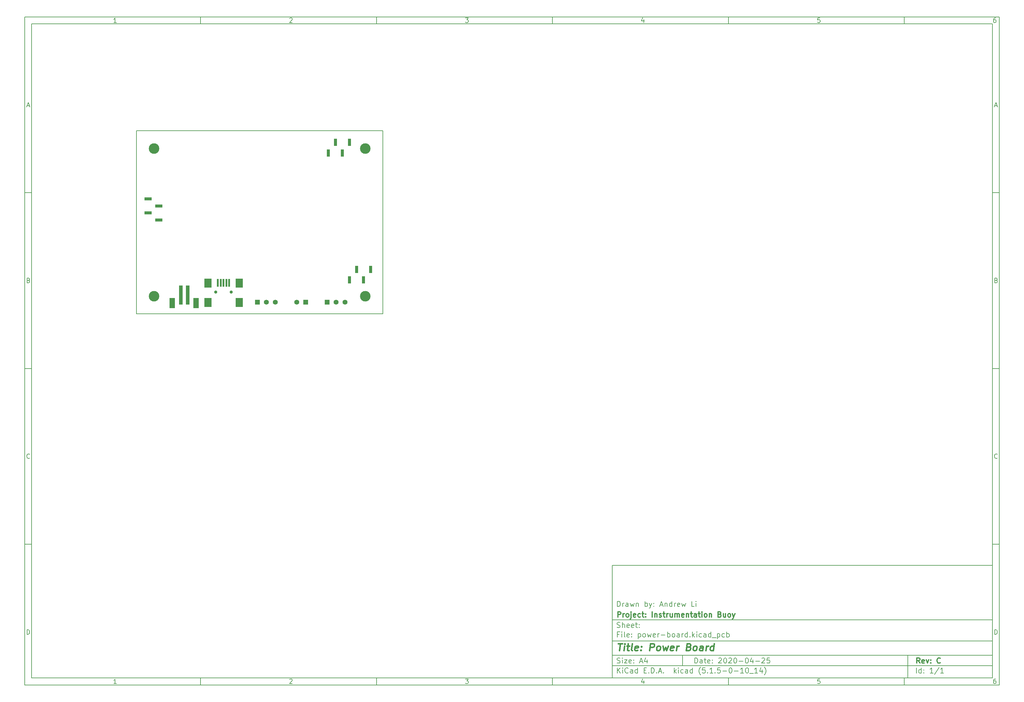
<source format=gts>
G04 #@! TF.GenerationSoftware,KiCad,Pcbnew,(5.1.5-0-10_14)*
G04 #@! TF.CreationDate,2020-05-25T14:00:47+12:00*
G04 #@! TF.ProjectId,power-board,706f7765-722d-4626-9f61-72642e6b6963,C*
G04 #@! TF.SameCoordinates,Original*
G04 #@! TF.FileFunction,Soldermask,Top*
G04 #@! TF.FilePolarity,Negative*
%FSLAX46Y46*%
G04 Gerber Fmt 4.6, Leading zero omitted, Abs format (unit mm)*
G04 Created by KiCad (PCBNEW (5.1.5-0-10_14)) date 2020-05-25 14:00:47*
%MOMM*%
%LPD*%
G04 APERTURE LIST*
%ADD10C,0.100000*%
%ADD11C,0.150000*%
%ADD12C,0.300000*%
%ADD13C,0.400000*%
%ADD14C,0.200000*%
%ADD15R,2.100000X0.850000*%
%ADD16C,3.000000*%
%ADD17C,0.899160*%
%ADD18R,1.998980X2.499360*%
%ADD19R,0.500380X2.301240*%
%ADD20R,0.850000X2.100000*%
%ADD21C,1.397000*%
%ADD22R,1.397000X1.397000*%
%ADD23R,1.600000X3.000000*%
%ADD24R,1.000000X5.500000*%
G04 APERTURE END LIST*
D10*
D11*
X177002200Y-166007200D02*
X177002200Y-198007200D01*
X285002200Y-198007200D01*
X285002200Y-166007200D01*
X177002200Y-166007200D01*
D10*
D11*
X10000000Y-10000000D02*
X10000000Y-200007200D01*
X287002200Y-200007200D01*
X287002200Y-10000000D01*
X10000000Y-10000000D01*
D10*
D11*
X12000000Y-12000000D02*
X12000000Y-198007200D01*
X285002200Y-198007200D01*
X285002200Y-12000000D01*
X12000000Y-12000000D01*
D10*
D11*
X60000000Y-12000000D02*
X60000000Y-10000000D01*
D10*
D11*
X110000000Y-12000000D02*
X110000000Y-10000000D01*
D10*
D11*
X160000000Y-12000000D02*
X160000000Y-10000000D01*
D10*
D11*
X210000000Y-12000000D02*
X210000000Y-10000000D01*
D10*
D11*
X260000000Y-12000000D02*
X260000000Y-10000000D01*
D10*
D11*
X36065476Y-11588095D02*
X35322619Y-11588095D01*
X35694047Y-11588095D02*
X35694047Y-10288095D01*
X35570238Y-10473809D01*
X35446428Y-10597619D01*
X35322619Y-10659523D01*
D10*
D11*
X85322619Y-10411904D02*
X85384523Y-10350000D01*
X85508333Y-10288095D01*
X85817857Y-10288095D01*
X85941666Y-10350000D01*
X86003571Y-10411904D01*
X86065476Y-10535714D01*
X86065476Y-10659523D01*
X86003571Y-10845238D01*
X85260714Y-11588095D01*
X86065476Y-11588095D01*
D10*
D11*
X135260714Y-10288095D02*
X136065476Y-10288095D01*
X135632142Y-10783333D01*
X135817857Y-10783333D01*
X135941666Y-10845238D01*
X136003571Y-10907142D01*
X136065476Y-11030952D01*
X136065476Y-11340476D01*
X136003571Y-11464285D01*
X135941666Y-11526190D01*
X135817857Y-11588095D01*
X135446428Y-11588095D01*
X135322619Y-11526190D01*
X135260714Y-11464285D01*
D10*
D11*
X185941666Y-10721428D02*
X185941666Y-11588095D01*
X185632142Y-10226190D02*
X185322619Y-11154761D01*
X186127380Y-11154761D01*
D10*
D11*
X236003571Y-10288095D02*
X235384523Y-10288095D01*
X235322619Y-10907142D01*
X235384523Y-10845238D01*
X235508333Y-10783333D01*
X235817857Y-10783333D01*
X235941666Y-10845238D01*
X236003571Y-10907142D01*
X236065476Y-11030952D01*
X236065476Y-11340476D01*
X236003571Y-11464285D01*
X235941666Y-11526190D01*
X235817857Y-11588095D01*
X235508333Y-11588095D01*
X235384523Y-11526190D01*
X235322619Y-11464285D01*
D10*
D11*
X285941666Y-10288095D02*
X285694047Y-10288095D01*
X285570238Y-10350000D01*
X285508333Y-10411904D01*
X285384523Y-10597619D01*
X285322619Y-10845238D01*
X285322619Y-11340476D01*
X285384523Y-11464285D01*
X285446428Y-11526190D01*
X285570238Y-11588095D01*
X285817857Y-11588095D01*
X285941666Y-11526190D01*
X286003571Y-11464285D01*
X286065476Y-11340476D01*
X286065476Y-11030952D01*
X286003571Y-10907142D01*
X285941666Y-10845238D01*
X285817857Y-10783333D01*
X285570238Y-10783333D01*
X285446428Y-10845238D01*
X285384523Y-10907142D01*
X285322619Y-11030952D01*
D10*
D11*
X60000000Y-198007200D02*
X60000000Y-200007200D01*
D10*
D11*
X110000000Y-198007200D02*
X110000000Y-200007200D01*
D10*
D11*
X160000000Y-198007200D02*
X160000000Y-200007200D01*
D10*
D11*
X210000000Y-198007200D02*
X210000000Y-200007200D01*
D10*
D11*
X260000000Y-198007200D02*
X260000000Y-200007200D01*
D10*
D11*
X36065476Y-199595295D02*
X35322619Y-199595295D01*
X35694047Y-199595295D02*
X35694047Y-198295295D01*
X35570238Y-198481009D01*
X35446428Y-198604819D01*
X35322619Y-198666723D01*
D10*
D11*
X85322619Y-198419104D02*
X85384523Y-198357200D01*
X85508333Y-198295295D01*
X85817857Y-198295295D01*
X85941666Y-198357200D01*
X86003571Y-198419104D01*
X86065476Y-198542914D01*
X86065476Y-198666723D01*
X86003571Y-198852438D01*
X85260714Y-199595295D01*
X86065476Y-199595295D01*
D10*
D11*
X135260714Y-198295295D02*
X136065476Y-198295295D01*
X135632142Y-198790533D01*
X135817857Y-198790533D01*
X135941666Y-198852438D01*
X136003571Y-198914342D01*
X136065476Y-199038152D01*
X136065476Y-199347676D01*
X136003571Y-199471485D01*
X135941666Y-199533390D01*
X135817857Y-199595295D01*
X135446428Y-199595295D01*
X135322619Y-199533390D01*
X135260714Y-199471485D01*
D10*
D11*
X185941666Y-198728628D02*
X185941666Y-199595295D01*
X185632142Y-198233390D02*
X185322619Y-199161961D01*
X186127380Y-199161961D01*
D10*
D11*
X236003571Y-198295295D02*
X235384523Y-198295295D01*
X235322619Y-198914342D01*
X235384523Y-198852438D01*
X235508333Y-198790533D01*
X235817857Y-198790533D01*
X235941666Y-198852438D01*
X236003571Y-198914342D01*
X236065476Y-199038152D01*
X236065476Y-199347676D01*
X236003571Y-199471485D01*
X235941666Y-199533390D01*
X235817857Y-199595295D01*
X235508333Y-199595295D01*
X235384523Y-199533390D01*
X235322619Y-199471485D01*
D10*
D11*
X285941666Y-198295295D02*
X285694047Y-198295295D01*
X285570238Y-198357200D01*
X285508333Y-198419104D01*
X285384523Y-198604819D01*
X285322619Y-198852438D01*
X285322619Y-199347676D01*
X285384523Y-199471485D01*
X285446428Y-199533390D01*
X285570238Y-199595295D01*
X285817857Y-199595295D01*
X285941666Y-199533390D01*
X286003571Y-199471485D01*
X286065476Y-199347676D01*
X286065476Y-199038152D01*
X286003571Y-198914342D01*
X285941666Y-198852438D01*
X285817857Y-198790533D01*
X285570238Y-198790533D01*
X285446428Y-198852438D01*
X285384523Y-198914342D01*
X285322619Y-199038152D01*
D10*
D11*
X10000000Y-60000000D02*
X12000000Y-60000000D01*
D10*
D11*
X10000000Y-110000000D02*
X12000000Y-110000000D01*
D10*
D11*
X10000000Y-160000000D02*
X12000000Y-160000000D01*
D10*
D11*
X10690476Y-35216666D02*
X11309523Y-35216666D01*
X10566666Y-35588095D02*
X11000000Y-34288095D01*
X11433333Y-35588095D01*
D10*
D11*
X11092857Y-84907142D02*
X11278571Y-84969047D01*
X11340476Y-85030952D01*
X11402380Y-85154761D01*
X11402380Y-85340476D01*
X11340476Y-85464285D01*
X11278571Y-85526190D01*
X11154761Y-85588095D01*
X10659523Y-85588095D01*
X10659523Y-84288095D01*
X11092857Y-84288095D01*
X11216666Y-84350000D01*
X11278571Y-84411904D01*
X11340476Y-84535714D01*
X11340476Y-84659523D01*
X11278571Y-84783333D01*
X11216666Y-84845238D01*
X11092857Y-84907142D01*
X10659523Y-84907142D01*
D10*
D11*
X11402380Y-135464285D02*
X11340476Y-135526190D01*
X11154761Y-135588095D01*
X11030952Y-135588095D01*
X10845238Y-135526190D01*
X10721428Y-135402380D01*
X10659523Y-135278571D01*
X10597619Y-135030952D01*
X10597619Y-134845238D01*
X10659523Y-134597619D01*
X10721428Y-134473809D01*
X10845238Y-134350000D01*
X11030952Y-134288095D01*
X11154761Y-134288095D01*
X11340476Y-134350000D01*
X11402380Y-134411904D01*
D10*
D11*
X10659523Y-185588095D02*
X10659523Y-184288095D01*
X10969047Y-184288095D01*
X11154761Y-184350000D01*
X11278571Y-184473809D01*
X11340476Y-184597619D01*
X11402380Y-184845238D01*
X11402380Y-185030952D01*
X11340476Y-185278571D01*
X11278571Y-185402380D01*
X11154761Y-185526190D01*
X10969047Y-185588095D01*
X10659523Y-185588095D01*
D10*
D11*
X287002200Y-60000000D02*
X285002200Y-60000000D01*
D10*
D11*
X287002200Y-110000000D02*
X285002200Y-110000000D01*
D10*
D11*
X287002200Y-160000000D02*
X285002200Y-160000000D01*
D10*
D11*
X285692676Y-35216666D02*
X286311723Y-35216666D01*
X285568866Y-35588095D02*
X286002200Y-34288095D01*
X286435533Y-35588095D01*
D10*
D11*
X286095057Y-84907142D02*
X286280771Y-84969047D01*
X286342676Y-85030952D01*
X286404580Y-85154761D01*
X286404580Y-85340476D01*
X286342676Y-85464285D01*
X286280771Y-85526190D01*
X286156961Y-85588095D01*
X285661723Y-85588095D01*
X285661723Y-84288095D01*
X286095057Y-84288095D01*
X286218866Y-84350000D01*
X286280771Y-84411904D01*
X286342676Y-84535714D01*
X286342676Y-84659523D01*
X286280771Y-84783333D01*
X286218866Y-84845238D01*
X286095057Y-84907142D01*
X285661723Y-84907142D01*
D10*
D11*
X286404580Y-135464285D02*
X286342676Y-135526190D01*
X286156961Y-135588095D01*
X286033152Y-135588095D01*
X285847438Y-135526190D01*
X285723628Y-135402380D01*
X285661723Y-135278571D01*
X285599819Y-135030952D01*
X285599819Y-134845238D01*
X285661723Y-134597619D01*
X285723628Y-134473809D01*
X285847438Y-134350000D01*
X286033152Y-134288095D01*
X286156961Y-134288095D01*
X286342676Y-134350000D01*
X286404580Y-134411904D01*
D10*
D11*
X285661723Y-185588095D02*
X285661723Y-184288095D01*
X285971247Y-184288095D01*
X286156961Y-184350000D01*
X286280771Y-184473809D01*
X286342676Y-184597619D01*
X286404580Y-184845238D01*
X286404580Y-185030952D01*
X286342676Y-185278571D01*
X286280771Y-185402380D01*
X286156961Y-185526190D01*
X285971247Y-185588095D01*
X285661723Y-185588095D01*
D10*
D11*
X200434342Y-193785771D02*
X200434342Y-192285771D01*
X200791485Y-192285771D01*
X201005771Y-192357200D01*
X201148628Y-192500057D01*
X201220057Y-192642914D01*
X201291485Y-192928628D01*
X201291485Y-193142914D01*
X201220057Y-193428628D01*
X201148628Y-193571485D01*
X201005771Y-193714342D01*
X200791485Y-193785771D01*
X200434342Y-193785771D01*
X202577200Y-193785771D02*
X202577200Y-193000057D01*
X202505771Y-192857200D01*
X202362914Y-192785771D01*
X202077200Y-192785771D01*
X201934342Y-192857200D01*
X202577200Y-193714342D02*
X202434342Y-193785771D01*
X202077200Y-193785771D01*
X201934342Y-193714342D01*
X201862914Y-193571485D01*
X201862914Y-193428628D01*
X201934342Y-193285771D01*
X202077200Y-193214342D01*
X202434342Y-193214342D01*
X202577200Y-193142914D01*
X203077200Y-192785771D02*
X203648628Y-192785771D01*
X203291485Y-192285771D02*
X203291485Y-193571485D01*
X203362914Y-193714342D01*
X203505771Y-193785771D01*
X203648628Y-193785771D01*
X204720057Y-193714342D02*
X204577200Y-193785771D01*
X204291485Y-193785771D01*
X204148628Y-193714342D01*
X204077200Y-193571485D01*
X204077200Y-193000057D01*
X204148628Y-192857200D01*
X204291485Y-192785771D01*
X204577200Y-192785771D01*
X204720057Y-192857200D01*
X204791485Y-193000057D01*
X204791485Y-193142914D01*
X204077200Y-193285771D01*
X205434342Y-193642914D02*
X205505771Y-193714342D01*
X205434342Y-193785771D01*
X205362914Y-193714342D01*
X205434342Y-193642914D01*
X205434342Y-193785771D01*
X205434342Y-192857200D02*
X205505771Y-192928628D01*
X205434342Y-193000057D01*
X205362914Y-192928628D01*
X205434342Y-192857200D01*
X205434342Y-193000057D01*
X207220057Y-192428628D02*
X207291485Y-192357200D01*
X207434342Y-192285771D01*
X207791485Y-192285771D01*
X207934342Y-192357200D01*
X208005771Y-192428628D01*
X208077200Y-192571485D01*
X208077200Y-192714342D01*
X208005771Y-192928628D01*
X207148628Y-193785771D01*
X208077200Y-193785771D01*
X209005771Y-192285771D02*
X209148628Y-192285771D01*
X209291485Y-192357200D01*
X209362914Y-192428628D01*
X209434342Y-192571485D01*
X209505771Y-192857200D01*
X209505771Y-193214342D01*
X209434342Y-193500057D01*
X209362914Y-193642914D01*
X209291485Y-193714342D01*
X209148628Y-193785771D01*
X209005771Y-193785771D01*
X208862914Y-193714342D01*
X208791485Y-193642914D01*
X208720057Y-193500057D01*
X208648628Y-193214342D01*
X208648628Y-192857200D01*
X208720057Y-192571485D01*
X208791485Y-192428628D01*
X208862914Y-192357200D01*
X209005771Y-192285771D01*
X210077200Y-192428628D02*
X210148628Y-192357200D01*
X210291485Y-192285771D01*
X210648628Y-192285771D01*
X210791485Y-192357200D01*
X210862914Y-192428628D01*
X210934342Y-192571485D01*
X210934342Y-192714342D01*
X210862914Y-192928628D01*
X210005771Y-193785771D01*
X210934342Y-193785771D01*
X211862914Y-192285771D02*
X212005771Y-192285771D01*
X212148628Y-192357200D01*
X212220057Y-192428628D01*
X212291485Y-192571485D01*
X212362914Y-192857200D01*
X212362914Y-193214342D01*
X212291485Y-193500057D01*
X212220057Y-193642914D01*
X212148628Y-193714342D01*
X212005771Y-193785771D01*
X211862914Y-193785771D01*
X211720057Y-193714342D01*
X211648628Y-193642914D01*
X211577200Y-193500057D01*
X211505771Y-193214342D01*
X211505771Y-192857200D01*
X211577200Y-192571485D01*
X211648628Y-192428628D01*
X211720057Y-192357200D01*
X211862914Y-192285771D01*
X213005771Y-193214342D02*
X214148628Y-193214342D01*
X215148628Y-192285771D02*
X215291485Y-192285771D01*
X215434342Y-192357200D01*
X215505771Y-192428628D01*
X215577200Y-192571485D01*
X215648628Y-192857200D01*
X215648628Y-193214342D01*
X215577200Y-193500057D01*
X215505771Y-193642914D01*
X215434342Y-193714342D01*
X215291485Y-193785771D01*
X215148628Y-193785771D01*
X215005771Y-193714342D01*
X214934342Y-193642914D01*
X214862914Y-193500057D01*
X214791485Y-193214342D01*
X214791485Y-192857200D01*
X214862914Y-192571485D01*
X214934342Y-192428628D01*
X215005771Y-192357200D01*
X215148628Y-192285771D01*
X216934342Y-192785771D02*
X216934342Y-193785771D01*
X216577200Y-192214342D02*
X216220057Y-193285771D01*
X217148628Y-193285771D01*
X217720057Y-193214342D02*
X218862914Y-193214342D01*
X219505771Y-192428628D02*
X219577200Y-192357200D01*
X219720057Y-192285771D01*
X220077200Y-192285771D01*
X220220057Y-192357200D01*
X220291485Y-192428628D01*
X220362914Y-192571485D01*
X220362914Y-192714342D01*
X220291485Y-192928628D01*
X219434342Y-193785771D01*
X220362914Y-193785771D01*
X221720057Y-192285771D02*
X221005771Y-192285771D01*
X220934342Y-193000057D01*
X221005771Y-192928628D01*
X221148628Y-192857200D01*
X221505771Y-192857200D01*
X221648628Y-192928628D01*
X221720057Y-193000057D01*
X221791485Y-193142914D01*
X221791485Y-193500057D01*
X221720057Y-193642914D01*
X221648628Y-193714342D01*
X221505771Y-193785771D01*
X221148628Y-193785771D01*
X221005771Y-193714342D01*
X220934342Y-193642914D01*
D10*
D11*
X177002200Y-194507200D02*
X285002200Y-194507200D01*
D10*
D11*
X178434342Y-196585771D02*
X178434342Y-195085771D01*
X179291485Y-196585771D02*
X178648628Y-195728628D01*
X179291485Y-195085771D02*
X178434342Y-195942914D01*
X179934342Y-196585771D02*
X179934342Y-195585771D01*
X179934342Y-195085771D02*
X179862914Y-195157200D01*
X179934342Y-195228628D01*
X180005771Y-195157200D01*
X179934342Y-195085771D01*
X179934342Y-195228628D01*
X181505771Y-196442914D02*
X181434342Y-196514342D01*
X181220057Y-196585771D01*
X181077200Y-196585771D01*
X180862914Y-196514342D01*
X180720057Y-196371485D01*
X180648628Y-196228628D01*
X180577200Y-195942914D01*
X180577200Y-195728628D01*
X180648628Y-195442914D01*
X180720057Y-195300057D01*
X180862914Y-195157200D01*
X181077200Y-195085771D01*
X181220057Y-195085771D01*
X181434342Y-195157200D01*
X181505771Y-195228628D01*
X182791485Y-196585771D02*
X182791485Y-195800057D01*
X182720057Y-195657200D01*
X182577200Y-195585771D01*
X182291485Y-195585771D01*
X182148628Y-195657200D01*
X182791485Y-196514342D02*
X182648628Y-196585771D01*
X182291485Y-196585771D01*
X182148628Y-196514342D01*
X182077200Y-196371485D01*
X182077200Y-196228628D01*
X182148628Y-196085771D01*
X182291485Y-196014342D01*
X182648628Y-196014342D01*
X182791485Y-195942914D01*
X184148628Y-196585771D02*
X184148628Y-195085771D01*
X184148628Y-196514342D02*
X184005771Y-196585771D01*
X183720057Y-196585771D01*
X183577200Y-196514342D01*
X183505771Y-196442914D01*
X183434342Y-196300057D01*
X183434342Y-195871485D01*
X183505771Y-195728628D01*
X183577200Y-195657200D01*
X183720057Y-195585771D01*
X184005771Y-195585771D01*
X184148628Y-195657200D01*
X186005771Y-195800057D02*
X186505771Y-195800057D01*
X186720057Y-196585771D02*
X186005771Y-196585771D01*
X186005771Y-195085771D01*
X186720057Y-195085771D01*
X187362914Y-196442914D02*
X187434342Y-196514342D01*
X187362914Y-196585771D01*
X187291485Y-196514342D01*
X187362914Y-196442914D01*
X187362914Y-196585771D01*
X188077200Y-196585771D02*
X188077200Y-195085771D01*
X188434342Y-195085771D01*
X188648628Y-195157200D01*
X188791485Y-195300057D01*
X188862914Y-195442914D01*
X188934342Y-195728628D01*
X188934342Y-195942914D01*
X188862914Y-196228628D01*
X188791485Y-196371485D01*
X188648628Y-196514342D01*
X188434342Y-196585771D01*
X188077200Y-196585771D01*
X189577200Y-196442914D02*
X189648628Y-196514342D01*
X189577200Y-196585771D01*
X189505771Y-196514342D01*
X189577200Y-196442914D01*
X189577200Y-196585771D01*
X190220057Y-196157200D02*
X190934342Y-196157200D01*
X190077200Y-196585771D02*
X190577200Y-195085771D01*
X191077200Y-196585771D01*
X191577200Y-196442914D02*
X191648628Y-196514342D01*
X191577200Y-196585771D01*
X191505771Y-196514342D01*
X191577200Y-196442914D01*
X191577200Y-196585771D01*
X194577200Y-196585771D02*
X194577200Y-195085771D01*
X194720057Y-196014342D02*
X195148628Y-196585771D01*
X195148628Y-195585771D02*
X194577200Y-196157200D01*
X195791485Y-196585771D02*
X195791485Y-195585771D01*
X195791485Y-195085771D02*
X195720057Y-195157200D01*
X195791485Y-195228628D01*
X195862914Y-195157200D01*
X195791485Y-195085771D01*
X195791485Y-195228628D01*
X197148628Y-196514342D02*
X197005771Y-196585771D01*
X196720057Y-196585771D01*
X196577200Y-196514342D01*
X196505771Y-196442914D01*
X196434342Y-196300057D01*
X196434342Y-195871485D01*
X196505771Y-195728628D01*
X196577200Y-195657200D01*
X196720057Y-195585771D01*
X197005771Y-195585771D01*
X197148628Y-195657200D01*
X198434342Y-196585771D02*
X198434342Y-195800057D01*
X198362914Y-195657200D01*
X198220057Y-195585771D01*
X197934342Y-195585771D01*
X197791485Y-195657200D01*
X198434342Y-196514342D02*
X198291485Y-196585771D01*
X197934342Y-196585771D01*
X197791485Y-196514342D01*
X197720057Y-196371485D01*
X197720057Y-196228628D01*
X197791485Y-196085771D01*
X197934342Y-196014342D01*
X198291485Y-196014342D01*
X198434342Y-195942914D01*
X199791485Y-196585771D02*
X199791485Y-195085771D01*
X199791485Y-196514342D02*
X199648628Y-196585771D01*
X199362914Y-196585771D01*
X199220057Y-196514342D01*
X199148628Y-196442914D01*
X199077200Y-196300057D01*
X199077200Y-195871485D01*
X199148628Y-195728628D01*
X199220057Y-195657200D01*
X199362914Y-195585771D01*
X199648628Y-195585771D01*
X199791485Y-195657200D01*
X202077200Y-197157200D02*
X202005771Y-197085771D01*
X201862914Y-196871485D01*
X201791485Y-196728628D01*
X201720057Y-196514342D01*
X201648628Y-196157200D01*
X201648628Y-195871485D01*
X201720057Y-195514342D01*
X201791485Y-195300057D01*
X201862914Y-195157200D01*
X202005771Y-194942914D01*
X202077200Y-194871485D01*
X203362914Y-195085771D02*
X202648628Y-195085771D01*
X202577200Y-195800057D01*
X202648628Y-195728628D01*
X202791485Y-195657200D01*
X203148628Y-195657200D01*
X203291485Y-195728628D01*
X203362914Y-195800057D01*
X203434342Y-195942914D01*
X203434342Y-196300057D01*
X203362914Y-196442914D01*
X203291485Y-196514342D01*
X203148628Y-196585771D01*
X202791485Y-196585771D01*
X202648628Y-196514342D01*
X202577200Y-196442914D01*
X204077200Y-196442914D02*
X204148628Y-196514342D01*
X204077200Y-196585771D01*
X204005771Y-196514342D01*
X204077200Y-196442914D01*
X204077200Y-196585771D01*
X205577200Y-196585771D02*
X204720057Y-196585771D01*
X205148628Y-196585771D02*
X205148628Y-195085771D01*
X205005771Y-195300057D01*
X204862914Y-195442914D01*
X204720057Y-195514342D01*
X206220057Y-196442914D02*
X206291485Y-196514342D01*
X206220057Y-196585771D01*
X206148628Y-196514342D01*
X206220057Y-196442914D01*
X206220057Y-196585771D01*
X207648628Y-195085771D02*
X206934342Y-195085771D01*
X206862914Y-195800057D01*
X206934342Y-195728628D01*
X207077200Y-195657200D01*
X207434342Y-195657200D01*
X207577200Y-195728628D01*
X207648628Y-195800057D01*
X207720057Y-195942914D01*
X207720057Y-196300057D01*
X207648628Y-196442914D01*
X207577200Y-196514342D01*
X207434342Y-196585771D01*
X207077200Y-196585771D01*
X206934342Y-196514342D01*
X206862914Y-196442914D01*
X208362914Y-196014342D02*
X209505771Y-196014342D01*
X210505771Y-195085771D02*
X210648628Y-195085771D01*
X210791485Y-195157200D01*
X210862914Y-195228628D01*
X210934342Y-195371485D01*
X211005771Y-195657200D01*
X211005771Y-196014342D01*
X210934342Y-196300057D01*
X210862914Y-196442914D01*
X210791485Y-196514342D01*
X210648628Y-196585771D01*
X210505771Y-196585771D01*
X210362914Y-196514342D01*
X210291485Y-196442914D01*
X210220057Y-196300057D01*
X210148628Y-196014342D01*
X210148628Y-195657200D01*
X210220057Y-195371485D01*
X210291485Y-195228628D01*
X210362914Y-195157200D01*
X210505771Y-195085771D01*
X211648628Y-196014342D02*
X212791485Y-196014342D01*
X214291485Y-196585771D02*
X213434342Y-196585771D01*
X213862914Y-196585771D02*
X213862914Y-195085771D01*
X213720057Y-195300057D01*
X213577200Y-195442914D01*
X213434342Y-195514342D01*
X215220057Y-195085771D02*
X215362914Y-195085771D01*
X215505771Y-195157200D01*
X215577200Y-195228628D01*
X215648628Y-195371485D01*
X215720057Y-195657200D01*
X215720057Y-196014342D01*
X215648628Y-196300057D01*
X215577200Y-196442914D01*
X215505771Y-196514342D01*
X215362914Y-196585771D01*
X215220057Y-196585771D01*
X215077200Y-196514342D01*
X215005771Y-196442914D01*
X214934342Y-196300057D01*
X214862914Y-196014342D01*
X214862914Y-195657200D01*
X214934342Y-195371485D01*
X215005771Y-195228628D01*
X215077200Y-195157200D01*
X215220057Y-195085771D01*
X216005771Y-196728628D02*
X217148628Y-196728628D01*
X218291485Y-196585771D02*
X217434342Y-196585771D01*
X217862914Y-196585771D02*
X217862914Y-195085771D01*
X217720057Y-195300057D01*
X217577200Y-195442914D01*
X217434342Y-195514342D01*
X219577200Y-195585771D02*
X219577200Y-196585771D01*
X219220057Y-195014342D02*
X218862914Y-196085771D01*
X219791485Y-196085771D01*
X220220057Y-197157200D02*
X220291485Y-197085771D01*
X220434342Y-196871485D01*
X220505771Y-196728628D01*
X220577200Y-196514342D01*
X220648628Y-196157200D01*
X220648628Y-195871485D01*
X220577200Y-195514342D01*
X220505771Y-195300057D01*
X220434342Y-195157200D01*
X220291485Y-194942914D01*
X220220057Y-194871485D01*
D10*
D11*
X177002200Y-191507200D02*
X285002200Y-191507200D01*
D10*
D12*
X264411485Y-193785771D02*
X263911485Y-193071485D01*
X263554342Y-193785771D02*
X263554342Y-192285771D01*
X264125771Y-192285771D01*
X264268628Y-192357200D01*
X264340057Y-192428628D01*
X264411485Y-192571485D01*
X264411485Y-192785771D01*
X264340057Y-192928628D01*
X264268628Y-193000057D01*
X264125771Y-193071485D01*
X263554342Y-193071485D01*
X265625771Y-193714342D02*
X265482914Y-193785771D01*
X265197200Y-193785771D01*
X265054342Y-193714342D01*
X264982914Y-193571485D01*
X264982914Y-193000057D01*
X265054342Y-192857200D01*
X265197200Y-192785771D01*
X265482914Y-192785771D01*
X265625771Y-192857200D01*
X265697200Y-193000057D01*
X265697200Y-193142914D01*
X264982914Y-193285771D01*
X266197200Y-192785771D02*
X266554342Y-193785771D01*
X266911485Y-192785771D01*
X267482914Y-193642914D02*
X267554342Y-193714342D01*
X267482914Y-193785771D01*
X267411485Y-193714342D01*
X267482914Y-193642914D01*
X267482914Y-193785771D01*
X267482914Y-192857200D02*
X267554342Y-192928628D01*
X267482914Y-193000057D01*
X267411485Y-192928628D01*
X267482914Y-192857200D01*
X267482914Y-193000057D01*
X270197200Y-193642914D02*
X270125771Y-193714342D01*
X269911485Y-193785771D01*
X269768628Y-193785771D01*
X269554342Y-193714342D01*
X269411485Y-193571485D01*
X269340057Y-193428628D01*
X269268628Y-193142914D01*
X269268628Y-192928628D01*
X269340057Y-192642914D01*
X269411485Y-192500057D01*
X269554342Y-192357200D01*
X269768628Y-192285771D01*
X269911485Y-192285771D01*
X270125771Y-192357200D01*
X270197200Y-192428628D01*
D10*
D11*
X178362914Y-193714342D02*
X178577200Y-193785771D01*
X178934342Y-193785771D01*
X179077200Y-193714342D01*
X179148628Y-193642914D01*
X179220057Y-193500057D01*
X179220057Y-193357200D01*
X179148628Y-193214342D01*
X179077200Y-193142914D01*
X178934342Y-193071485D01*
X178648628Y-193000057D01*
X178505771Y-192928628D01*
X178434342Y-192857200D01*
X178362914Y-192714342D01*
X178362914Y-192571485D01*
X178434342Y-192428628D01*
X178505771Y-192357200D01*
X178648628Y-192285771D01*
X179005771Y-192285771D01*
X179220057Y-192357200D01*
X179862914Y-193785771D02*
X179862914Y-192785771D01*
X179862914Y-192285771D02*
X179791485Y-192357200D01*
X179862914Y-192428628D01*
X179934342Y-192357200D01*
X179862914Y-192285771D01*
X179862914Y-192428628D01*
X180434342Y-192785771D02*
X181220057Y-192785771D01*
X180434342Y-193785771D01*
X181220057Y-193785771D01*
X182362914Y-193714342D02*
X182220057Y-193785771D01*
X181934342Y-193785771D01*
X181791485Y-193714342D01*
X181720057Y-193571485D01*
X181720057Y-193000057D01*
X181791485Y-192857200D01*
X181934342Y-192785771D01*
X182220057Y-192785771D01*
X182362914Y-192857200D01*
X182434342Y-193000057D01*
X182434342Y-193142914D01*
X181720057Y-193285771D01*
X183077200Y-193642914D02*
X183148628Y-193714342D01*
X183077200Y-193785771D01*
X183005771Y-193714342D01*
X183077200Y-193642914D01*
X183077200Y-193785771D01*
X183077200Y-192857200D02*
X183148628Y-192928628D01*
X183077200Y-193000057D01*
X183005771Y-192928628D01*
X183077200Y-192857200D01*
X183077200Y-193000057D01*
X184862914Y-193357200D02*
X185577200Y-193357200D01*
X184720057Y-193785771D02*
X185220057Y-192285771D01*
X185720057Y-193785771D01*
X186862914Y-192785771D02*
X186862914Y-193785771D01*
X186505771Y-192214342D02*
X186148628Y-193285771D01*
X187077200Y-193285771D01*
D10*
D11*
X263434342Y-196585771D02*
X263434342Y-195085771D01*
X264791485Y-196585771D02*
X264791485Y-195085771D01*
X264791485Y-196514342D02*
X264648628Y-196585771D01*
X264362914Y-196585771D01*
X264220057Y-196514342D01*
X264148628Y-196442914D01*
X264077200Y-196300057D01*
X264077200Y-195871485D01*
X264148628Y-195728628D01*
X264220057Y-195657200D01*
X264362914Y-195585771D01*
X264648628Y-195585771D01*
X264791485Y-195657200D01*
X265505771Y-196442914D02*
X265577200Y-196514342D01*
X265505771Y-196585771D01*
X265434342Y-196514342D01*
X265505771Y-196442914D01*
X265505771Y-196585771D01*
X265505771Y-195657200D02*
X265577200Y-195728628D01*
X265505771Y-195800057D01*
X265434342Y-195728628D01*
X265505771Y-195657200D01*
X265505771Y-195800057D01*
X268148628Y-196585771D02*
X267291485Y-196585771D01*
X267720057Y-196585771D02*
X267720057Y-195085771D01*
X267577200Y-195300057D01*
X267434342Y-195442914D01*
X267291485Y-195514342D01*
X269862914Y-195014342D02*
X268577200Y-196942914D01*
X271148628Y-196585771D02*
X270291485Y-196585771D01*
X270720057Y-196585771D02*
X270720057Y-195085771D01*
X270577200Y-195300057D01*
X270434342Y-195442914D01*
X270291485Y-195514342D01*
D10*
D11*
X177002200Y-187507200D02*
X285002200Y-187507200D01*
D10*
D13*
X178714580Y-188211961D02*
X179857438Y-188211961D01*
X179036009Y-190211961D02*
X179286009Y-188211961D01*
X180274104Y-190211961D02*
X180440771Y-188878628D01*
X180524104Y-188211961D02*
X180416961Y-188307200D01*
X180500295Y-188402438D01*
X180607438Y-188307200D01*
X180524104Y-188211961D01*
X180500295Y-188402438D01*
X181107438Y-188878628D02*
X181869342Y-188878628D01*
X181476485Y-188211961D02*
X181262200Y-189926247D01*
X181333628Y-190116723D01*
X181512200Y-190211961D01*
X181702676Y-190211961D01*
X182655057Y-190211961D02*
X182476485Y-190116723D01*
X182405057Y-189926247D01*
X182619342Y-188211961D01*
X184190771Y-190116723D02*
X183988390Y-190211961D01*
X183607438Y-190211961D01*
X183428866Y-190116723D01*
X183357438Y-189926247D01*
X183452676Y-189164342D01*
X183571723Y-188973866D01*
X183774104Y-188878628D01*
X184155057Y-188878628D01*
X184333628Y-188973866D01*
X184405057Y-189164342D01*
X184381247Y-189354819D01*
X183405057Y-189545295D01*
X185155057Y-190021485D02*
X185238390Y-190116723D01*
X185131247Y-190211961D01*
X185047914Y-190116723D01*
X185155057Y-190021485D01*
X185131247Y-190211961D01*
X185286009Y-188973866D02*
X185369342Y-189069104D01*
X185262200Y-189164342D01*
X185178866Y-189069104D01*
X185286009Y-188973866D01*
X185262200Y-189164342D01*
X187607438Y-190211961D02*
X187857438Y-188211961D01*
X188619342Y-188211961D01*
X188797914Y-188307200D01*
X188881247Y-188402438D01*
X188952676Y-188592914D01*
X188916961Y-188878628D01*
X188797914Y-189069104D01*
X188690771Y-189164342D01*
X188488390Y-189259580D01*
X187726485Y-189259580D01*
X189893152Y-190211961D02*
X189714580Y-190116723D01*
X189631247Y-190021485D01*
X189559819Y-189831009D01*
X189631247Y-189259580D01*
X189750295Y-189069104D01*
X189857438Y-188973866D01*
X190059819Y-188878628D01*
X190345533Y-188878628D01*
X190524104Y-188973866D01*
X190607438Y-189069104D01*
X190678866Y-189259580D01*
X190607438Y-189831009D01*
X190488390Y-190021485D01*
X190381247Y-190116723D01*
X190178866Y-190211961D01*
X189893152Y-190211961D01*
X191393152Y-188878628D02*
X191607438Y-190211961D01*
X192107438Y-189259580D01*
X192369342Y-190211961D01*
X192916961Y-188878628D01*
X194286009Y-190116723D02*
X194083628Y-190211961D01*
X193702676Y-190211961D01*
X193524104Y-190116723D01*
X193452676Y-189926247D01*
X193547914Y-189164342D01*
X193666961Y-188973866D01*
X193869342Y-188878628D01*
X194250295Y-188878628D01*
X194428866Y-188973866D01*
X194500295Y-189164342D01*
X194476485Y-189354819D01*
X193500295Y-189545295D01*
X195226485Y-190211961D02*
X195393152Y-188878628D01*
X195345533Y-189259580D02*
X195464580Y-189069104D01*
X195571723Y-188973866D01*
X195774104Y-188878628D01*
X195964580Y-188878628D01*
X198786009Y-189164342D02*
X199059819Y-189259580D01*
X199143152Y-189354819D01*
X199214580Y-189545295D01*
X199178866Y-189831009D01*
X199059819Y-190021485D01*
X198952676Y-190116723D01*
X198750295Y-190211961D01*
X197988390Y-190211961D01*
X198238390Y-188211961D01*
X198905057Y-188211961D01*
X199083628Y-188307200D01*
X199166961Y-188402438D01*
X199238390Y-188592914D01*
X199214580Y-188783390D01*
X199095533Y-188973866D01*
X198988390Y-189069104D01*
X198786009Y-189164342D01*
X198119342Y-189164342D01*
X200274104Y-190211961D02*
X200095533Y-190116723D01*
X200012200Y-190021485D01*
X199940771Y-189831009D01*
X200012200Y-189259580D01*
X200131247Y-189069104D01*
X200238390Y-188973866D01*
X200440771Y-188878628D01*
X200726485Y-188878628D01*
X200905057Y-188973866D01*
X200988390Y-189069104D01*
X201059819Y-189259580D01*
X200988390Y-189831009D01*
X200869342Y-190021485D01*
X200762200Y-190116723D01*
X200559819Y-190211961D01*
X200274104Y-190211961D01*
X202655057Y-190211961D02*
X202786009Y-189164342D01*
X202714580Y-188973866D01*
X202536009Y-188878628D01*
X202155057Y-188878628D01*
X201952676Y-188973866D01*
X202666961Y-190116723D02*
X202464580Y-190211961D01*
X201988390Y-190211961D01*
X201809819Y-190116723D01*
X201738390Y-189926247D01*
X201762200Y-189735771D01*
X201881247Y-189545295D01*
X202083628Y-189450057D01*
X202559819Y-189450057D01*
X202762200Y-189354819D01*
X203607438Y-190211961D02*
X203774104Y-188878628D01*
X203726485Y-189259580D02*
X203845533Y-189069104D01*
X203952676Y-188973866D01*
X204155057Y-188878628D01*
X204345533Y-188878628D01*
X205702676Y-190211961D02*
X205952676Y-188211961D01*
X205714580Y-190116723D02*
X205512200Y-190211961D01*
X205131247Y-190211961D01*
X204952676Y-190116723D01*
X204869342Y-190021485D01*
X204797914Y-189831009D01*
X204869342Y-189259580D01*
X204988390Y-189069104D01*
X205095533Y-188973866D01*
X205297914Y-188878628D01*
X205678866Y-188878628D01*
X205857438Y-188973866D01*
D10*
D11*
X178934342Y-185600057D02*
X178434342Y-185600057D01*
X178434342Y-186385771D02*
X178434342Y-184885771D01*
X179148628Y-184885771D01*
X179720057Y-186385771D02*
X179720057Y-185385771D01*
X179720057Y-184885771D02*
X179648628Y-184957200D01*
X179720057Y-185028628D01*
X179791485Y-184957200D01*
X179720057Y-184885771D01*
X179720057Y-185028628D01*
X180648628Y-186385771D02*
X180505771Y-186314342D01*
X180434342Y-186171485D01*
X180434342Y-184885771D01*
X181791485Y-186314342D02*
X181648628Y-186385771D01*
X181362914Y-186385771D01*
X181220057Y-186314342D01*
X181148628Y-186171485D01*
X181148628Y-185600057D01*
X181220057Y-185457200D01*
X181362914Y-185385771D01*
X181648628Y-185385771D01*
X181791485Y-185457200D01*
X181862914Y-185600057D01*
X181862914Y-185742914D01*
X181148628Y-185885771D01*
X182505771Y-186242914D02*
X182577200Y-186314342D01*
X182505771Y-186385771D01*
X182434342Y-186314342D01*
X182505771Y-186242914D01*
X182505771Y-186385771D01*
X182505771Y-185457200D02*
X182577200Y-185528628D01*
X182505771Y-185600057D01*
X182434342Y-185528628D01*
X182505771Y-185457200D01*
X182505771Y-185600057D01*
X184362914Y-185385771D02*
X184362914Y-186885771D01*
X184362914Y-185457200D02*
X184505771Y-185385771D01*
X184791485Y-185385771D01*
X184934342Y-185457200D01*
X185005771Y-185528628D01*
X185077200Y-185671485D01*
X185077200Y-186100057D01*
X185005771Y-186242914D01*
X184934342Y-186314342D01*
X184791485Y-186385771D01*
X184505771Y-186385771D01*
X184362914Y-186314342D01*
X185934342Y-186385771D02*
X185791485Y-186314342D01*
X185720057Y-186242914D01*
X185648628Y-186100057D01*
X185648628Y-185671485D01*
X185720057Y-185528628D01*
X185791485Y-185457200D01*
X185934342Y-185385771D01*
X186148628Y-185385771D01*
X186291485Y-185457200D01*
X186362914Y-185528628D01*
X186434342Y-185671485D01*
X186434342Y-186100057D01*
X186362914Y-186242914D01*
X186291485Y-186314342D01*
X186148628Y-186385771D01*
X185934342Y-186385771D01*
X186934342Y-185385771D02*
X187220057Y-186385771D01*
X187505771Y-185671485D01*
X187791485Y-186385771D01*
X188077200Y-185385771D01*
X189220057Y-186314342D02*
X189077200Y-186385771D01*
X188791485Y-186385771D01*
X188648628Y-186314342D01*
X188577200Y-186171485D01*
X188577200Y-185600057D01*
X188648628Y-185457200D01*
X188791485Y-185385771D01*
X189077200Y-185385771D01*
X189220057Y-185457200D01*
X189291485Y-185600057D01*
X189291485Y-185742914D01*
X188577200Y-185885771D01*
X189934342Y-186385771D02*
X189934342Y-185385771D01*
X189934342Y-185671485D02*
X190005771Y-185528628D01*
X190077200Y-185457200D01*
X190220057Y-185385771D01*
X190362914Y-185385771D01*
X190862914Y-185814342D02*
X192005771Y-185814342D01*
X192720057Y-186385771D02*
X192720057Y-184885771D01*
X192720057Y-185457200D02*
X192862914Y-185385771D01*
X193148628Y-185385771D01*
X193291485Y-185457200D01*
X193362914Y-185528628D01*
X193434342Y-185671485D01*
X193434342Y-186100057D01*
X193362914Y-186242914D01*
X193291485Y-186314342D01*
X193148628Y-186385771D01*
X192862914Y-186385771D01*
X192720057Y-186314342D01*
X194291485Y-186385771D02*
X194148628Y-186314342D01*
X194077200Y-186242914D01*
X194005771Y-186100057D01*
X194005771Y-185671485D01*
X194077200Y-185528628D01*
X194148628Y-185457200D01*
X194291485Y-185385771D01*
X194505771Y-185385771D01*
X194648628Y-185457200D01*
X194720057Y-185528628D01*
X194791485Y-185671485D01*
X194791485Y-186100057D01*
X194720057Y-186242914D01*
X194648628Y-186314342D01*
X194505771Y-186385771D01*
X194291485Y-186385771D01*
X196077200Y-186385771D02*
X196077200Y-185600057D01*
X196005771Y-185457200D01*
X195862914Y-185385771D01*
X195577200Y-185385771D01*
X195434342Y-185457200D01*
X196077200Y-186314342D02*
X195934342Y-186385771D01*
X195577200Y-186385771D01*
X195434342Y-186314342D01*
X195362914Y-186171485D01*
X195362914Y-186028628D01*
X195434342Y-185885771D01*
X195577200Y-185814342D01*
X195934342Y-185814342D01*
X196077200Y-185742914D01*
X196791485Y-186385771D02*
X196791485Y-185385771D01*
X196791485Y-185671485D02*
X196862914Y-185528628D01*
X196934342Y-185457200D01*
X197077200Y-185385771D01*
X197220057Y-185385771D01*
X198362914Y-186385771D02*
X198362914Y-184885771D01*
X198362914Y-186314342D02*
X198220057Y-186385771D01*
X197934342Y-186385771D01*
X197791485Y-186314342D01*
X197720057Y-186242914D01*
X197648628Y-186100057D01*
X197648628Y-185671485D01*
X197720057Y-185528628D01*
X197791485Y-185457200D01*
X197934342Y-185385771D01*
X198220057Y-185385771D01*
X198362914Y-185457200D01*
X199077200Y-186242914D02*
X199148628Y-186314342D01*
X199077200Y-186385771D01*
X199005771Y-186314342D01*
X199077200Y-186242914D01*
X199077200Y-186385771D01*
X199791485Y-186385771D02*
X199791485Y-184885771D01*
X199934342Y-185814342D02*
X200362914Y-186385771D01*
X200362914Y-185385771D02*
X199791485Y-185957200D01*
X201005771Y-186385771D02*
X201005771Y-185385771D01*
X201005771Y-184885771D02*
X200934342Y-184957200D01*
X201005771Y-185028628D01*
X201077200Y-184957200D01*
X201005771Y-184885771D01*
X201005771Y-185028628D01*
X202362914Y-186314342D02*
X202220057Y-186385771D01*
X201934342Y-186385771D01*
X201791485Y-186314342D01*
X201720057Y-186242914D01*
X201648628Y-186100057D01*
X201648628Y-185671485D01*
X201720057Y-185528628D01*
X201791485Y-185457200D01*
X201934342Y-185385771D01*
X202220057Y-185385771D01*
X202362914Y-185457200D01*
X203648628Y-186385771D02*
X203648628Y-185600057D01*
X203577200Y-185457200D01*
X203434342Y-185385771D01*
X203148628Y-185385771D01*
X203005771Y-185457200D01*
X203648628Y-186314342D02*
X203505771Y-186385771D01*
X203148628Y-186385771D01*
X203005771Y-186314342D01*
X202934342Y-186171485D01*
X202934342Y-186028628D01*
X203005771Y-185885771D01*
X203148628Y-185814342D01*
X203505771Y-185814342D01*
X203648628Y-185742914D01*
X205005771Y-186385771D02*
X205005771Y-184885771D01*
X205005771Y-186314342D02*
X204862914Y-186385771D01*
X204577200Y-186385771D01*
X204434342Y-186314342D01*
X204362914Y-186242914D01*
X204291485Y-186100057D01*
X204291485Y-185671485D01*
X204362914Y-185528628D01*
X204434342Y-185457200D01*
X204577200Y-185385771D01*
X204862914Y-185385771D01*
X205005771Y-185457200D01*
X205362914Y-186528628D02*
X206505771Y-186528628D01*
X206862914Y-185385771D02*
X206862914Y-186885771D01*
X206862914Y-185457200D02*
X207005771Y-185385771D01*
X207291485Y-185385771D01*
X207434342Y-185457200D01*
X207505771Y-185528628D01*
X207577200Y-185671485D01*
X207577200Y-186100057D01*
X207505771Y-186242914D01*
X207434342Y-186314342D01*
X207291485Y-186385771D01*
X207005771Y-186385771D01*
X206862914Y-186314342D01*
X208862914Y-186314342D02*
X208720057Y-186385771D01*
X208434342Y-186385771D01*
X208291485Y-186314342D01*
X208220057Y-186242914D01*
X208148628Y-186100057D01*
X208148628Y-185671485D01*
X208220057Y-185528628D01*
X208291485Y-185457200D01*
X208434342Y-185385771D01*
X208720057Y-185385771D01*
X208862914Y-185457200D01*
X209505771Y-186385771D02*
X209505771Y-184885771D01*
X209505771Y-185457200D02*
X209648628Y-185385771D01*
X209934342Y-185385771D01*
X210077200Y-185457200D01*
X210148628Y-185528628D01*
X210220057Y-185671485D01*
X210220057Y-186100057D01*
X210148628Y-186242914D01*
X210077200Y-186314342D01*
X209934342Y-186385771D01*
X209648628Y-186385771D01*
X209505771Y-186314342D01*
D10*
D11*
X177002200Y-181507200D02*
X285002200Y-181507200D01*
D10*
D11*
X178362914Y-183614342D02*
X178577200Y-183685771D01*
X178934342Y-183685771D01*
X179077200Y-183614342D01*
X179148628Y-183542914D01*
X179220057Y-183400057D01*
X179220057Y-183257200D01*
X179148628Y-183114342D01*
X179077200Y-183042914D01*
X178934342Y-182971485D01*
X178648628Y-182900057D01*
X178505771Y-182828628D01*
X178434342Y-182757200D01*
X178362914Y-182614342D01*
X178362914Y-182471485D01*
X178434342Y-182328628D01*
X178505771Y-182257200D01*
X178648628Y-182185771D01*
X179005771Y-182185771D01*
X179220057Y-182257200D01*
X179862914Y-183685771D02*
X179862914Y-182185771D01*
X180505771Y-183685771D02*
X180505771Y-182900057D01*
X180434342Y-182757200D01*
X180291485Y-182685771D01*
X180077200Y-182685771D01*
X179934342Y-182757200D01*
X179862914Y-182828628D01*
X181791485Y-183614342D02*
X181648628Y-183685771D01*
X181362914Y-183685771D01*
X181220057Y-183614342D01*
X181148628Y-183471485D01*
X181148628Y-182900057D01*
X181220057Y-182757200D01*
X181362914Y-182685771D01*
X181648628Y-182685771D01*
X181791485Y-182757200D01*
X181862914Y-182900057D01*
X181862914Y-183042914D01*
X181148628Y-183185771D01*
X183077200Y-183614342D02*
X182934342Y-183685771D01*
X182648628Y-183685771D01*
X182505771Y-183614342D01*
X182434342Y-183471485D01*
X182434342Y-182900057D01*
X182505771Y-182757200D01*
X182648628Y-182685771D01*
X182934342Y-182685771D01*
X183077200Y-182757200D01*
X183148628Y-182900057D01*
X183148628Y-183042914D01*
X182434342Y-183185771D01*
X183577200Y-182685771D02*
X184148628Y-182685771D01*
X183791485Y-182185771D02*
X183791485Y-183471485D01*
X183862914Y-183614342D01*
X184005771Y-183685771D01*
X184148628Y-183685771D01*
X184648628Y-183542914D02*
X184720057Y-183614342D01*
X184648628Y-183685771D01*
X184577200Y-183614342D01*
X184648628Y-183542914D01*
X184648628Y-183685771D01*
X184648628Y-182757200D02*
X184720057Y-182828628D01*
X184648628Y-182900057D01*
X184577200Y-182828628D01*
X184648628Y-182757200D01*
X184648628Y-182900057D01*
D10*
D12*
X178554342Y-180685771D02*
X178554342Y-179185771D01*
X179125771Y-179185771D01*
X179268628Y-179257200D01*
X179340057Y-179328628D01*
X179411485Y-179471485D01*
X179411485Y-179685771D01*
X179340057Y-179828628D01*
X179268628Y-179900057D01*
X179125771Y-179971485D01*
X178554342Y-179971485D01*
X180054342Y-180685771D02*
X180054342Y-179685771D01*
X180054342Y-179971485D02*
X180125771Y-179828628D01*
X180197200Y-179757200D01*
X180340057Y-179685771D01*
X180482914Y-179685771D01*
X181197200Y-180685771D02*
X181054342Y-180614342D01*
X180982914Y-180542914D01*
X180911485Y-180400057D01*
X180911485Y-179971485D01*
X180982914Y-179828628D01*
X181054342Y-179757200D01*
X181197200Y-179685771D01*
X181411485Y-179685771D01*
X181554342Y-179757200D01*
X181625771Y-179828628D01*
X181697200Y-179971485D01*
X181697200Y-180400057D01*
X181625771Y-180542914D01*
X181554342Y-180614342D01*
X181411485Y-180685771D01*
X181197200Y-180685771D01*
X182340057Y-179685771D02*
X182340057Y-180971485D01*
X182268628Y-181114342D01*
X182125771Y-181185771D01*
X182054342Y-181185771D01*
X182340057Y-179185771D02*
X182268628Y-179257200D01*
X182340057Y-179328628D01*
X182411485Y-179257200D01*
X182340057Y-179185771D01*
X182340057Y-179328628D01*
X183625771Y-180614342D02*
X183482914Y-180685771D01*
X183197200Y-180685771D01*
X183054342Y-180614342D01*
X182982914Y-180471485D01*
X182982914Y-179900057D01*
X183054342Y-179757200D01*
X183197200Y-179685771D01*
X183482914Y-179685771D01*
X183625771Y-179757200D01*
X183697200Y-179900057D01*
X183697200Y-180042914D01*
X182982914Y-180185771D01*
X184982914Y-180614342D02*
X184840057Y-180685771D01*
X184554342Y-180685771D01*
X184411485Y-180614342D01*
X184340057Y-180542914D01*
X184268628Y-180400057D01*
X184268628Y-179971485D01*
X184340057Y-179828628D01*
X184411485Y-179757200D01*
X184554342Y-179685771D01*
X184840057Y-179685771D01*
X184982914Y-179757200D01*
X185411485Y-179685771D02*
X185982914Y-179685771D01*
X185625771Y-179185771D02*
X185625771Y-180471485D01*
X185697200Y-180614342D01*
X185840057Y-180685771D01*
X185982914Y-180685771D01*
X186482914Y-180542914D02*
X186554342Y-180614342D01*
X186482914Y-180685771D01*
X186411485Y-180614342D01*
X186482914Y-180542914D01*
X186482914Y-180685771D01*
X186482914Y-179757200D02*
X186554342Y-179828628D01*
X186482914Y-179900057D01*
X186411485Y-179828628D01*
X186482914Y-179757200D01*
X186482914Y-179900057D01*
X188340057Y-180685771D02*
X188340057Y-179185771D01*
X189054342Y-179685771D02*
X189054342Y-180685771D01*
X189054342Y-179828628D02*
X189125771Y-179757200D01*
X189268628Y-179685771D01*
X189482914Y-179685771D01*
X189625771Y-179757200D01*
X189697200Y-179900057D01*
X189697200Y-180685771D01*
X190340057Y-180614342D02*
X190482914Y-180685771D01*
X190768628Y-180685771D01*
X190911485Y-180614342D01*
X190982914Y-180471485D01*
X190982914Y-180400057D01*
X190911485Y-180257200D01*
X190768628Y-180185771D01*
X190554342Y-180185771D01*
X190411485Y-180114342D01*
X190340057Y-179971485D01*
X190340057Y-179900057D01*
X190411485Y-179757200D01*
X190554342Y-179685771D01*
X190768628Y-179685771D01*
X190911485Y-179757200D01*
X191411485Y-179685771D02*
X191982914Y-179685771D01*
X191625771Y-179185771D02*
X191625771Y-180471485D01*
X191697200Y-180614342D01*
X191840057Y-180685771D01*
X191982914Y-180685771D01*
X192482914Y-180685771D02*
X192482914Y-179685771D01*
X192482914Y-179971485D02*
X192554342Y-179828628D01*
X192625771Y-179757200D01*
X192768628Y-179685771D01*
X192911485Y-179685771D01*
X194054342Y-179685771D02*
X194054342Y-180685771D01*
X193411485Y-179685771D02*
X193411485Y-180471485D01*
X193482914Y-180614342D01*
X193625771Y-180685771D01*
X193840057Y-180685771D01*
X193982914Y-180614342D01*
X194054342Y-180542914D01*
X194768628Y-180685771D02*
X194768628Y-179685771D01*
X194768628Y-179828628D02*
X194840057Y-179757200D01*
X194982914Y-179685771D01*
X195197200Y-179685771D01*
X195340057Y-179757200D01*
X195411485Y-179900057D01*
X195411485Y-180685771D01*
X195411485Y-179900057D02*
X195482914Y-179757200D01*
X195625771Y-179685771D01*
X195840057Y-179685771D01*
X195982914Y-179757200D01*
X196054342Y-179900057D01*
X196054342Y-180685771D01*
X197340057Y-180614342D02*
X197197200Y-180685771D01*
X196911485Y-180685771D01*
X196768628Y-180614342D01*
X196697200Y-180471485D01*
X196697200Y-179900057D01*
X196768628Y-179757200D01*
X196911485Y-179685771D01*
X197197200Y-179685771D01*
X197340057Y-179757200D01*
X197411485Y-179900057D01*
X197411485Y-180042914D01*
X196697200Y-180185771D01*
X198054342Y-179685771D02*
X198054342Y-180685771D01*
X198054342Y-179828628D02*
X198125771Y-179757200D01*
X198268628Y-179685771D01*
X198482914Y-179685771D01*
X198625771Y-179757200D01*
X198697200Y-179900057D01*
X198697200Y-180685771D01*
X199197200Y-179685771D02*
X199768628Y-179685771D01*
X199411485Y-179185771D02*
X199411485Y-180471485D01*
X199482914Y-180614342D01*
X199625771Y-180685771D01*
X199768628Y-180685771D01*
X200911485Y-180685771D02*
X200911485Y-179900057D01*
X200840057Y-179757200D01*
X200697200Y-179685771D01*
X200411485Y-179685771D01*
X200268628Y-179757200D01*
X200911485Y-180614342D02*
X200768628Y-180685771D01*
X200411485Y-180685771D01*
X200268628Y-180614342D01*
X200197200Y-180471485D01*
X200197200Y-180328628D01*
X200268628Y-180185771D01*
X200411485Y-180114342D01*
X200768628Y-180114342D01*
X200911485Y-180042914D01*
X201411485Y-179685771D02*
X201982914Y-179685771D01*
X201625771Y-179185771D02*
X201625771Y-180471485D01*
X201697200Y-180614342D01*
X201840057Y-180685771D01*
X201982914Y-180685771D01*
X202482914Y-180685771D02*
X202482914Y-179685771D01*
X202482914Y-179185771D02*
X202411485Y-179257200D01*
X202482914Y-179328628D01*
X202554342Y-179257200D01*
X202482914Y-179185771D01*
X202482914Y-179328628D01*
X203411485Y-180685771D02*
X203268628Y-180614342D01*
X203197200Y-180542914D01*
X203125771Y-180400057D01*
X203125771Y-179971485D01*
X203197200Y-179828628D01*
X203268628Y-179757200D01*
X203411485Y-179685771D01*
X203625771Y-179685771D01*
X203768628Y-179757200D01*
X203840057Y-179828628D01*
X203911485Y-179971485D01*
X203911485Y-180400057D01*
X203840057Y-180542914D01*
X203768628Y-180614342D01*
X203625771Y-180685771D01*
X203411485Y-180685771D01*
X204554342Y-179685771D02*
X204554342Y-180685771D01*
X204554342Y-179828628D02*
X204625771Y-179757200D01*
X204768628Y-179685771D01*
X204982914Y-179685771D01*
X205125771Y-179757200D01*
X205197200Y-179900057D01*
X205197200Y-180685771D01*
X207554342Y-179900057D02*
X207768628Y-179971485D01*
X207840057Y-180042914D01*
X207911485Y-180185771D01*
X207911485Y-180400057D01*
X207840057Y-180542914D01*
X207768628Y-180614342D01*
X207625771Y-180685771D01*
X207054342Y-180685771D01*
X207054342Y-179185771D01*
X207554342Y-179185771D01*
X207697200Y-179257200D01*
X207768628Y-179328628D01*
X207840057Y-179471485D01*
X207840057Y-179614342D01*
X207768628Y-179757200D01*
X207697200Y-179828628D01*
X207554342Y-179900057D01*
X207054342Y-179900057D01*
X209197200Y-179685771D02*
X209197200Y-180685771D01*
X208554342Y-179685771D02*
X208554342Y-180471485D01*
X208625771Y-180614342D01*
X208768628Y-180685771D01*
X208982914Y-180685771D01*
X209125771Y-180614342D01*
X209197200Y-180542914D01*
X210125771Y-180685771D02*
X209982914Y-180614342D01*
X209911485Y-180542914D01*
X209840057Y-180400057D01*
X209840057Y-179971485D01*
X209911485Y-179828628D01*
X209982914Y-179757200D01*
X210125771Y-179685771D01*
X210340057Y-179685771D01*
X210482914Y-179757200D01*
X210554342Y-179828628D01*
X210625771Y-179971485D01*
X210625771Y-180400057D01*
X210554342Y-180542914D01*
X210482914Y-180614342D01*
X210340057Y-180685771D01*
X210125771Y-180685771D01*
X211125771Y-179685771D02*
X211482914Y-180685771D01*
X211840057Y-179685771D02*
X211482914Y-180685771D01*
X211340057Y-181042914D01*
X211268628Y-181114342D01*
X211125771Y-181185771D01*
D10*
D11*
X178434342Y-177685771D02*
X178434342Y-176185771D01*
X178791485Y-176185771D01*
X179005771Y-176257200D01*
X179148628Y-176400057D01*
X179220057Y-176542914D01*
X179291485Y-176828628D01*
X179291485Y-177042914D01*
X179220057Y-177328628D01*
X179148628Y-177471485D01*
X179005771Y-177614342D01*
X178791485Y-177685771D01*
X178434342Y-177685771D01*
X179934342Y-177685771D02*
X179934342Y-176685771D01*
X179934342Y-176971485D02*
X180005771Y-176828628D01*
X180077200Y-176757200D01*
X180220057Y-176685771D01*
X180362914Y-176685771D01*
X181505771Y-177685771D02*
X181505771Y-176900057D01*
X181434342Y-176757200D01*
X181291485Y-176685771D01*
X181005771Y-176685771D01*
X180862914Y-176757200D01*
X181505771Y-177614342D02*
X181362914Y-177685771D01*
X181005771Y-177685771D01*
X180862914Y-177614342D01*
X180791485Y-177471485D01*
X180791485Y-177328628D01*
X180862914Y-177185771D01*
X181005771Y-177114342D01*
X181362914Y-177114342D01*
X181505771Y-177042914D01*
X182077200Y-176685771D02*
X182362914Y-177685771D01*
X182648628Y-176971485D01*
X182934342Y-177685771D01*
X183220057Y-176685771D01*
X183791485Y-176685771D02*
X183791485Y-177685771D01*
X183791485Y-176828628D02*
X183862914Y-176757200D01*
X184005771Y-176685771D01*
X184220057Y-176685771D01*
X184362914Y-176757200D01*
X184434342Y-176900057D01*
X184434342Y-177685771D01*
X186291485Y-177685771D02*
X186291485Y-176185771D01*
X186291485Y-176757200D02*
X186434342Y-176685771D01*
X186720057Y-176685771D01*
X186862914Y-176757200D01*
X186934342Y-176828628D01*
X187005771Y-176971485D01*
X187005771Y-177400057D01*
X186934342Y-177542914D01*
X186862914Y-177614342D01*
X186720057Y-177685771D01*
X186434342Y-177685771D01*
X186291485Y-177614342D01*
X187505771Y-176685771D02*
X187862914Y-177685771D01*
X188220057Y-176685771D02*
X187862914Y-177685771D01*
X187720057Y-178042914D01*
X187648628Y-178114342D01*
X187505771Y-178185771D01*
X188791485Y-177542914D02*
X188862914Y-177614342D01*
X188791485Y-177685771D01*
X188720057Y-177614342D01*
X188791485Y-177542914D01*
X188791485Y-177685771D01*
X188791485Y-176757200D02*
X188862914Y-176828628D01*
X188791485Y-176900057D01*
X188720057Y-176828628D01*
X188791485Y-176757200D01*
X188791485Y-176900057D01*
X190577200Y-177257200D02*
X191291485Y-177257200D01*
X190434342Y-177685771D02*
X190934342Y-176185771D01*
X191434342Y-177685771D01*
X191934342Y-176685771D02*
X191934342Y-177685771D01*
X191934342Y-176828628D02*
X192005771Y-176757200D01*
X192148628Y-176685771D01*
X192362914Y-176685771D01*
X192505771Y-176757200D01*
X192577200Y-176900057D01*
X192577200Y-177685771D01*
X193934342Y-177685771D02*
X193934342Y-176185771D01*
X193934342Y-177614342D02*
X193791485Y-177685771D01*
X193505771Y-177685771D01*
X193362914Y-177614342D01*
X193291485Y-177542914D01*
X193220057Y-177400057D01*
X193220057Y-176971485D01*
X193291485Y-176828628D01*
X193362914Y-176757200D01*
X193505771Y-176685771D01*
X193791485Y-176685771D01*
X193934342Y-176757200D01*
X194648628Y-177685771D02*
X194648628Y-176685771D01*
X194648628Y-176971485D02*
X194720057Y-176828628D01*
X194791485Y-176757200D01*
X194934342Y-176685771D01*
X195077200Y-176685771D01*
X196148628Y-177614342D02*
X196005771Y-177685771D01*
X195720057Y-177685771D01*
X195577200Y-177614342D01*
X195505771Y-177471485D01*
X195505771Y-176900057D01*
X195577200Y-176757200D01*
X195720057Y-176685771D01*
X196005771Y-176685771D01*
X196148628Y-176757200D01*
X196220057Y-176900057D01*
X196220057Y-177042914D01*
X195505771Y-177185771D01*
X196720057Y-176685771D02*
X197005771Y-177685771D01*
X197291485Y-176971485D01*
X197577200Y-177685771D01*
X197862914Y-176685771D01*
X200291485Y-177685771D02*
X199577200Y-177685771D01*
X199577200Y-176185771D01*
X200791485Y-177685771D02*
X200791485Y-176685771D01*
X200791485Y-176185771D02*
X200720057Y-176257200D01*
X200791485Y-176328628D01*
X200862914Y-176257200D01*
X200791485Y-176185771D01*
X200791485Y-176328628D01*
D10*
D11*
X197002200Y-191507200D02*
X197002200Y-194507200D01*
D10*
D11*
X261002200Y-191507200D02*
X261002200Y-198007200D01*
D14*
X111800000Y-94400000D02*
X111800000Y-42400000D01*
X41800000Y-42400000D02*
X41800000Y-94400000D01*
X111800000Y-42400000D02*
X41800000Y-42400000D01*
X41800000Y-94400000D02*
X111800000Y-94400000D01*
D15*
X48090000Y-67750000D03*
X45090000Y-65750000D03*
X48090000Y-63750000D03*
X45090000Y-61750000D03*
D16*
X106800000Y-47400000D03*
D17*
X68723640Y-88243100D03*
X64324360Y-88243100D03*
D18*
X70974080Y-91242840D03*
X70974080Y-85743740D03*
X62073920Y-91242840D03*
X62073920Y-85743740D03*
D19*
X68124200Y-85644680D03*
X67324100Y-85644680D03*
X66524000Y-85644680D03*
X65723900Y-85644680D03*
X64923800Y-85644680D03*
D20*
X102300000Y-45690000D03*
X100300000Y-48690000D03*
X98300000Y-45690000D03*
X96300000Y-48690000D03*
X108300000Y-81810000D03*
X106300000Y-84810000D03*
X104300000Y-81810000D03*
X102300000Y-84810000D03*
D21*
X81256000Y-91126000D03*
X78716000Y-91126000D03*
D22*
X76176000Y-91126000D03*
D21*
X101068000Y-91126000D03*
X98528000Y-91126000D03*
D22*
X95988000Y-91126000D03*
D23*
X51948000Y-91388000D03*
X58748000Y-91388000D03*
D24*
X56348000Y-89138000D03*
X54348000Y-89138000D03*
D21*
X87352000Y-91126000D03*
D22*
X89892000Y-91126000D03*
D16*
X46800000Y-47400000D03*
X46800000Y-89400000D03*
X106800000Y-89400000D03*
M02*

</source>
